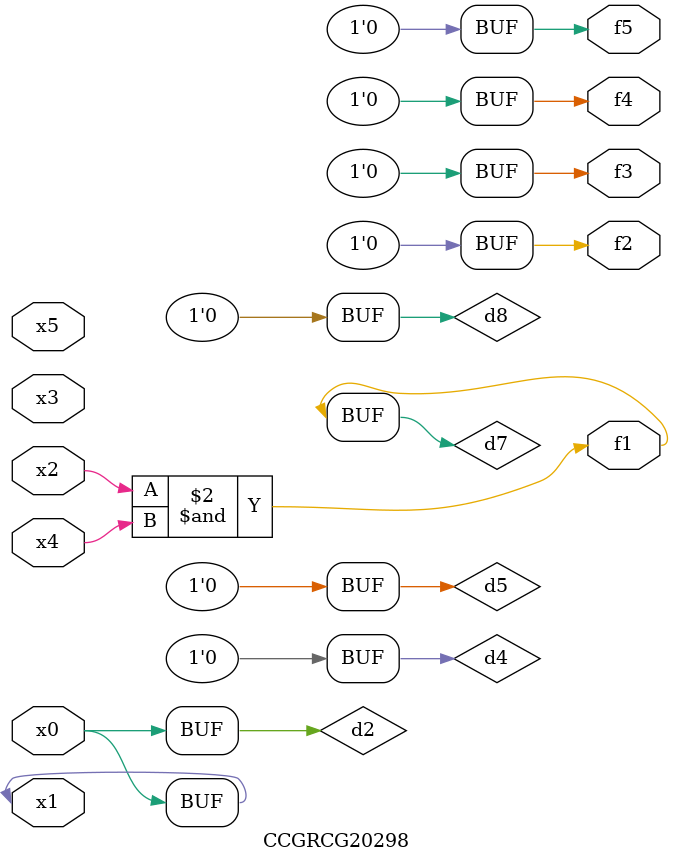
<source format=v>
module CCGRCG20298(
	input x0, x1, x2, x3, x4, x5,
	output f1, f2, f3, f4, f5
);

	wire d1, d2, d3, d4, d5, d6, d7, d8, d9;

	nand (d1, x1);
	buf (d2, x0, x1);
	nand (d3, x2, x4);
	and (d4, d1, d2);
	and (d5, d1, d2);
	nand (d6, d1, d3);
	not (d7, d3);
	xor (d8, d5);
	nor (d9, d5, d6);
	assign f1 = d7;
	assign f2 = d8;
	assign f3 = d8;
	assign f4 = d8;
	assign f5 = d8;
endmodule

</source>
